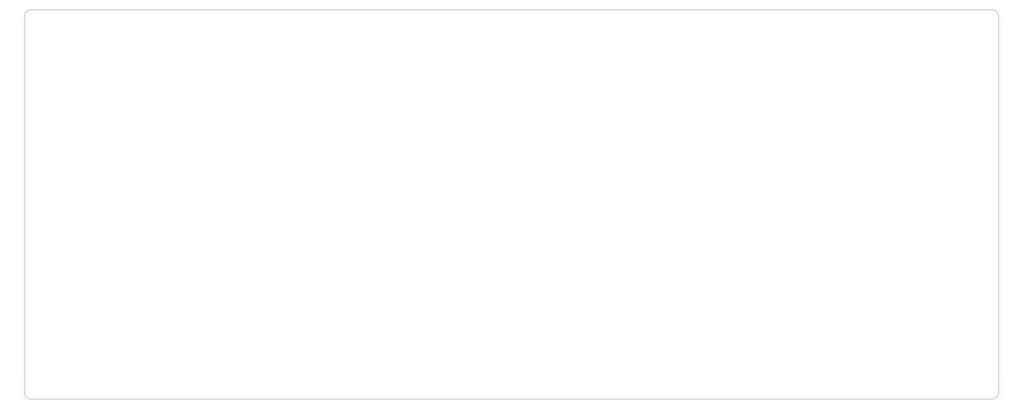
<source format=gm1>
G04 #@! TF.GenerationSoftware,KiCad,Pcbnew,(6.0.4)*
G04 #@! TF.CreationDate,2023-01-17T23:17:44-05:00*
G04 #@! TF.ProjectId,PicoSteno-v1.1.0,5069636f-5374-4656-9e6f-2d76312e312e,rev?*
G04 #@! TF.SameCoordinates,Original*
G04 #@! TF.FileFunction,Profile,NP*
%FSLAX46Y46*%
G04 Gerber Fmt 4.6, Leading zero omitted, Abs format (unit mm)*
G04 Created by KiCad (PCBNEW (6.0.4)) date 2023-01-17 23:17:44*
%MOMM*%
%LPD*%
G01*
G04 APERTURE LIST*
G04 #@! TA.AperFunction,Profile*
%ADD10C,0.100000*%
G04 #@! TD*
G04 APERTURE END LIST*
D10*
X279400000Y-150812500D02*
X279400000Y-52387500D01*
X25400000Y-150812500D02*
G75*
G03*
X26987500Y-152400000I1587500J0D01*
G01*
X26987500Y-50800000D02*
G75*
G03*
X25400000Y-52387500I0J-1587500D01*
G01*
X26987500Y-152400000D02*
X277812500Y-152400000D01*
X279400000Y-52387500D02*
G75*
G03*
X277812500Y-50800000I-1587500J0D01*
G01*
X277812500Y-152400000D02*
G75*
G03*
X279400000Y-150812500I0J1587500D01*
G01*
X277812500Y-50800000D02*
X26987500Y-50800000D01*
X25400000Y-52387500D02*
X25400000Y-150812500D01*
M02*

</source>
